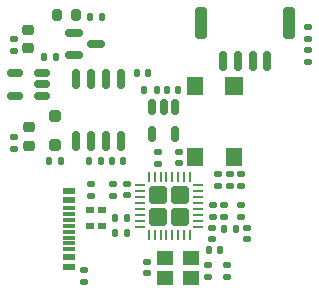
<source format=gtp>
G04 #@! TF.GenerationSoftware,KiCad,Pcbnew,8.0.4*
G04 #@! TF.CreationDate,2024-07-24T18:14:05+02:00*
G04 #@! TF.ProjectId,ESP32-C3-V3,45535033-322d-4433-932d-56332e6b6963,rev?*
G04 #@! TF.SameCoordinates,Original*
G04 #@! TF.FileFunction,Paste,Top*
G04 #@! TF.FilePolarity,Positive*
%FSLAX46Y46*%
G04 Gerber Fmt 4.6, Leading zero omitted, Abs format (unit mm)*
G04 Created by KiCad (PCBNEW 8.0.4) date 2024-07-24 18:14:05*
%MOMM*%
%LPD*%
G01*
G04 APERTURE LIST*
G04 Aperture macros list*
%AMRoundRect*
0 Rectangle with rounded corners*
0 $1 Rounding radius*
0 $2 $3 $4 $5 $6 $7 $8 $9 X,Y pos of 4 corners*
0 Add a 4 corners polygon primitive as box body*
4,1,4,$2,$3,$4,$5,$6,$7,$8,$9,$2,$3,0*
0 Add four circle primitives for the rounded corners*
1,1,$1+$1,$2,$3*
1,1,$1+$1,$4,$5*
1,1,$1+$1,$6,$7*
1,1,$1+$1,$8,$9*
0 Add four rect primitives between the rounded corners*
20,1,$1+$1,$2,$3,$4,$5,0*
20,1,$1+$1,$4,$5,$6,$7,0*
20,1,$1+$1,$6,$7,$8,$9,0*
20,1,$1+$1,$8,$9,$2,$3,0*%
G04 Aperture macros list end*
%ADD10RoundRect,0.140000X-0.170000X0.140000X-0.170000X-0.140000X0.170000X-0.140000X0.170000X0.140000X0*%
%ADD11RoundRect,0.135000X-0.185000X0.135000X-0.185000X-0.135000X0.185000X-0.135000X0.185000X0.135000X0*%
%ADD12RoundRect,0.140000X-0.140000X-0.170000X0.140000X-0.170000X0.140000X0.170000X-0.140000X0.170000X0*%
%ADD13RoundRect,0.140000X0.170000X-0.140000X0.170000X0.140000X-0.170000X0.140000X-0.170000X-0.140000X0*%
%ADD14RoundRect,0.200000X0.200000X0.275000X-0.200000X0.275000X-0.200000X-0.275000X0.200000X-0.275000X0*%
%ADD15R,0.700000X0.600000*%
%ADD16RoundRect,0.218750X-0.256250X0.218750X-0.256250X-0.218750X0.256250X-0.218750X0.256250X0.218750X0*%
%ADD17R,1.140000X0.600000*%
%ADD18R,1.140000X0.300000*%
%ADD19RoundRect,0.135000X-0.135000X-0.185000X0.135000X-0.185000X0.135000X0.185000X-0.135000X0.185000X0*%
%ADD20RoundRect,0.135000X0.135000X0.185000X-0.135000X0.185000X-0.135000X-0.185000X0.135000X-0.185000X0*%
%ADD21RoundRect,0.135000X0.185000X-0.135000X0.185000X0.135000X-0.185000X0.135000X-0.185000X-0.135000X0*%
%ADD22RoundRect,0.140000X0.140000X0.170000X-0.140000X0.170000X-0.140000X-0.170000X0.140000X-0.170000X0*%
%ADD23RoundRect,0.250000X-0.250000X0.250000X-0.250000X-0.250000X0.250000X-0.250000X0.250000X0.250000X0*%
%ADD24RoundRect,0.150000X0.150000X0.700000X-0.150000X0.700000X-0.150000X-0.700000X0.150000X-0.700000X0*%
%ADD25RoundRect,0.250000X0.250000X1.100000X-0.250000X1.100000X-0.250000X-1.100000X0.250000X-1.100000X0*%
%ADD26RoundRect,0.150000X-0.587500X-0.150000X0.587500X-0.150000X0.587500X0.150000X-0.587500X0.150000X0*%
%ADD27R,1.500000X1.500000*%
%ADD28R,1.400000X1.600000*%
%ADD29RoundRect,0.150000X-0.150000X0.512500X-0.150000X-0.512500X0.150000X-0.512500X0.150000X0.512500X0*%
%ADD30RoundRect,0.250000X0.495000X0.495000X-0.495000X0.495000X-0.495000X-0.495000X0.495000X-0.495000X0*%
%ADD31RoundRect,0.062500X0.337500X0.062500X-0.337500X0.062500X-0.337500X-0.062500X0.337500X-0.062500X0*%
%ADD32RoundRect,0.062500X0.062500X0.337500X-0.062500X0.337500X-0.062500X-0.337500X0.062500X-0.337500X0*%
%ADD33R,1.400000X1.200000*%
%ADD34RoundRect,0.150000X0.150000X-0.675000X0.150000X0.675000X-0.150000X0.675000X-0.150000X-0.675000X0*%
%ADD35RoundRect,0.150000X0.512500X0.150000X-0.512500X0.150000X-0.512500X-0.150000X0.512500X-0.150000X0*%
G04 APERTURE END LIST*
D10*
G04 #@! TO.C,C3*
X54200000Y-7320000D03*
X54200000Y-8280000D03*
G04 #@! TD*
D11*
G04 #@! TO.C,R3*
X40400000Y-10890000D03*
X40400000Y-11910000D03*
G04 #@! TD*
D10*
G04 #@! TO.C,C5*
X48400000Y-920000D03*
X48400000Y-1880000D03*
G04 #@! TD*
D11*
G04 #@! TO.C,R14*
X34400000Y360000D03*
X34400000Y-660000D03*
G04 #@! TD*
G04 #@! TO.C,R9*
X59300000Y9710000D03*
X59300000Y8690000D03*
G04 #@! TD*
G04 #@! TO.C,R5*
X51700000Y-2790000D03*
X51700000Y-3810000D03*
G04 #@! TD*
D12*
G04 #@! TO.C,C1*
X50920000Y-9200000D03*
X51880000Y-9200000D03*
G04 #@! TD*
D13*
G04 #@! TO.C,C12*
X45700000Y-11180000D03*
X45700000Y-10220000D03*
G04 #@! TD*
D14*
G04 #@! TO.C,R20*
X39725000Y10700000D03*
X38075000Y10700000D03*
G04 #@! TD*
D11*
G04 #@! TO.C,R12*
X42800000Y-3590000D03*
X42800000Y-4610000D03*
G04 #@! TD*
D10*
G04 #@! TO.C,C11*
X44000000Y-3620000D03*
X44000000Y-4580000D03*
G04 #@! TD*
D13*
G04 #@! TO.C,C13*
X52700000Y-3760000D03*
X52700000Y-2800000D03*
G04 #@! TD*
D15*
G04 #@! TO.C,D1*
X41900000Y-5790000D03*
X40900000Y-5790000D03*
X40900000Y-7190000D03*
X41900000Y-7190000D03*
G04 #@! TD*
D16*
G04 #@! TO.C,D2*
X35660000Y9447500D03*
X35660000Y7872500D03*
G04 #@! TD*
D10*
G04 #@! TO.C,C6*
X51200000Y-7320000D03*
X51200000Y-8280000D03*
G04 #@! TD*
D17*
G04 #@! TO.C,U1*
X39070000Y-4210000D03*
X39070000Y-5010000D03*
D18*
X39070000Y-6160000D03*
X39070000Y-7160000D03*
X39070000Y-7660000D03*
X39070000Y-8660000D03*
D17*
X39070000Y-9810000D03*
X39070000Y-10610000D03*
X39070000Y-10610000D03*
X39070000Y-9810000D03*
D18*
X39070000Y-9160000D03*
X39070000Y-8160000D03*
X39070000Y-6660000D03*
X39070000Y-5660000D03*
D17*
X39070000Y-5010000D03*
X39070000Y-4210000D03*
G04 #@! TD*
D19*
G04 #@! TO.C,R4*
X45490000Y4350000D03*
X46510000Y4350000D03*
G04 #@! TD*
D20*
G04 #@! TO.C,R8*
X44000000Y-7800000D03*
X42980000Y-7800000D03*
G04 #@! TD*
D21*
G04 #@! TO.C,R1*
X52500000Y-11500000D03*
X52500000Y-10480000D03*
G04 #@! TD*
D22*
G04 #@! TO.C,C8*
X43680000Y-1700000D03*
X42720000Y-1700000D03*
G04 #@! TD*
D20*
G04 #@! TO.C,R16*
X41810000Y-1700000D03*
X40790000Y-1700000D03*
G04 #@! TD*
G04 #@! TO.C,R13*
X41910000Y10500000D03*
X40890000Y10500000D03*
G04 #@! TD*
D21*
G04 #@! TO.C,R19*
X53700000Y-6410000D03*
X53700000Y-5390000D03*
G04 #@! TD*
D20*
G04 #@! TO.C,L1*
X53210000Y-7400000D03*
X52190000Y-7400000D03*
G04 #@! TD*
D23*
G04 #@! TO.C,D4*
X37900000Y2150000D03*
X37900000Y-350000D03*
G04 #@! TD*
D24*
G04 #@! TO.C,J1*
X55900000Y6800000D03*
X54650000Y6800000D03*
X53400000Y6800000D03*
X52150000Y6800000D03*
D25*
X57750000Y10000000D03*
X50300000Y10000000D03*
G04 #@! TD*
D20*
G04 #@! TO.C,R15*
X38410000Y-1700000D03*
X37390000Y-1700000D03*
G04 #@! TD*
D21*
G04 #@! TO.C,R2*
X40990000Y-4610000D03*
X40990000Y-3590000D03*
G04 #@! TD*
D16*
G04 #@! TO.C,D3*
X35700000Y1187500D03*
X35700000Y-387500D03*
G04 #@! TD*
D11*
G04 #@! TO.C,R11*
X34400000Y8620000D03*
X34400000Y7600000D03*
G04 #@! TD*
D21*
G04 #@! TO.C,R10*
X59300000Y6690000D03*
X59300000Y7710000D03*
G04 #@! TD*
D26*
G04 #@! TO.C,Q1*
X39525000Y9200000D03*
X39525000Y7300000D03*
X41400000Y8250000D03*
G04 #@! TD*
D27*
G04 #@! TO.C,SW2*
X53100000Y4700000D03*
D28*
X53100000Y-1300000D03*
X49800000Y4700000D03*
X49800000Y-1300000D03*
G04 #@! TD*
D13*
G04 #@! TO.C,C14*
X53700000Y-3760000D03*
X53700000Y-2800000D03*
G04 #@! TD*
D11*
G04 #@! TO.C,R6*
X46600000Y-890000D03*
X46600000Y-1910000D03*
G04 #@! TD*
D12*
G04 #@! TO.C,C9*
X44820000Y5800000D03*
X45780000Y5800000D03*
G04 #@! TD*
D20*
G04 #@! TO.C,R7*
X44010000Y-6490000D03*
X42990000Y-6490000D03*
G04 #@! TD*
G04 #@! TO.C,R18*
X38010000Y7100000D03*
X36990000Y7100000D03*
G04 #@! TD*
D29*
G04 #@! TO.C,U5*
X48050000Y2887500D03*
X47100000Y2887500D03*
X46150000Y2887500D03*
X46150000Y612500D03*
X48050000Y612500D03*
G04 #@! TD*
D10*
G04 #@! TO.C,C7*
X51250000Y-5420000D03*
X51250000Y-6380000D03*
G04 #@! TD*
D30*
G04 #@! TO.C,U3*
X48525000Y-6425000D03*
X48525000Y-4575000D03*
X46675000Y-6425000D03*
X46675000Y-4575000D03*
D31*
X50050000Y-7250000D03*
X50050000Y-6750000D03*
X50050000Y-6250000D03*
X50050000Y-5750000D03*
X50050000Y-5250000D03*
X50050000Y-4750000D03*
X50050000Y-4250000D03*
X50050000Y-3750000D03*
D32*
X49350000Y-3050000D03*
X48850000Y-3050000D03*
X48350000Y-3050000D03*
X47850000Y-3050000D03*
X47350000Y-3050000D03*
X46850000Y-3050000D03*
X46350000Y-3050000D03*
X45850000Y-3050000D03*
D31*
X45150000Y-3750000D03*
X45150000Y-4250000D03*
X45150000Y-4750000D03*
X45150000Y-5250000D03*
X45150000Y-5750000D03*
X45150000Y-6250000D03*
X45150000Y-6750000D03*
X45150000Y-7250000D03*
D32*
X45850000Y-7950000D03*
X46350000Y-7950000D03*
X46850000Y-7950000D03*
X47350000Y-7950000D03*
X47850000Y-7950000D03*
X48350000Y-7950000D03*
X48850000Y-7950000D03*
X49350000Y-7950000D03*
G04 #@! TD*
D10*
G04 #@! TO.C,C2*
X52200000Y-5420000D03*
X52200000Y-6380000D03*
G04 #@! TD*
D12*
G04 #@! TO.C,C4*
X47400000Y4350000D03*
X48360000Y4350000D03*
G04 #@! TD*
D33*
G04 #@! TO.C,Y1*
X49400000Y-9850000D03*
X47200000Y-9850000D03*
X47200000Y-11550000D03*
X49400000Y-11550000D03*
G04 #@! TD*
D10*
G04 #@! TO.C,C10*
X50900000Y-10520000D03*
X50900000Y-11480000D03*
G04 #@! TD*
D34*
G04 #@! TO.C,U4*
X39695000Y-25000D03*
X40965000Y-25000D03*
X42235000Y-25000D03*
X43505000Y-25000D03*
X43505000Y5225000D03*
X42235000Y5225000D03*
X40965000Y5225000D03*
X39695000Y5225000D03*
G04 #@! TD*
D35*
G04 #@! TO.C,U2*
X36837500Y3860000D03*
X36837500Y4810000D03*
X36837500Y5760000D03*
X34562500Y5760000D03*
X34562500Y3860000D03*
G04 #@! TD*
M02*

</source>
